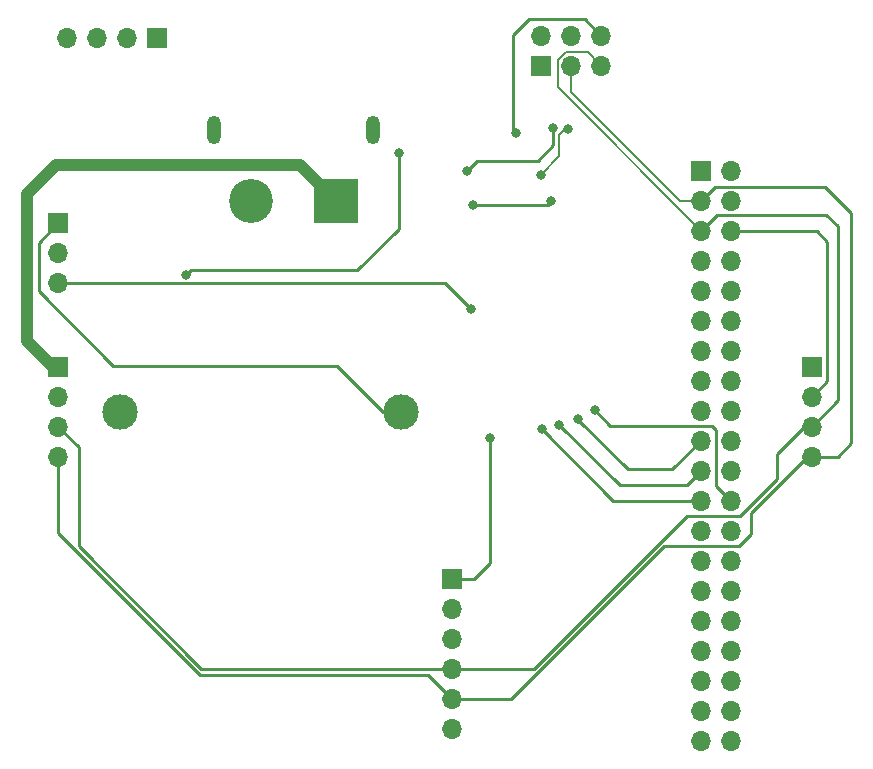
<source format=gbr>
%TF.GenerationSoftware,KiCad,Pcbnew,6.0.8-f2edbf62ab~116~ubuntu22.04.1*%
%TF.CreationDate,2022-11-20T23:03:40-05:00*%
%TF.ProjectId,Pi_HAT_V3,50695f48-4154-45f5-9633-2e6b69636164,rev?*%
%TF.SameCoordinates,Original*%
%TF.FileFunction,Copper,L1,Top*%
%TF.FilePolarity,Positive*%
%FSLAX46Y46*%
G04 Gerber Fmt 4.6, Leading zero omitted, Abs format (unit mm)*
G04 Created by KiCad (PCBNEW 6.0.8-f2edbf62ab~116~ubuntu22.04.1) date 2022-11-20 23:03:40*
%MOMM*%
%LPD*%
G01*
G04 APERTURE LIST*
%TA.AperFunction,ComponentPad*%
%ADD10C,3.000000*%
%TD*%
%TA.AperFunction,ComponentPad*%
%ADD11R,1.700000X1.700000*%
%TD*%
%TA.AperFunction,ComponentPad*%
%ADD12O,1.700000X1.700000*%
%TD*%
%TA.AperFunction,ComponentPad*%
%ADD13R,3.716000X3.716000*%
%TD*%
%TA.AperFunction,ComponentPad*%
%ADD14C,3.716000*%
%TD*%
%TA.AperFunction,ComponentPad*%
%ADD15O,1.200000X2.400000*%
%TD*%
%TA.AperFunction,ViaPad*%
%ADD16C,0.800000*%
%TD*%
%TA.AperFunction,Conductor*%
%ADD17C,1.000000*%
%TD*%
%TA.AperFunction,Conductor*%
%ADD18C,0.250000*%
%TD*%
%TA.AperFunction,Conductor*%
%ADD19C,0.200000*%
%TD*%
G04 APERTURE END LIST*
D10*
%TO.P,L2,2,2*%
%TO.N,/5V*%
X125600000Y-99850000D03*
%TO.P,L2,1,1*%
%TO.N,Net-(C5-Pad1)*%
X101800000Y-99850000D03*
%TD*%
D11*
%TO.P,J9,1,Pin_1*%
%TO.N,/A-D Converter/CELL1*%
X104900000Y-68200000D03*
D12*
%TO.P,J9,2,Pin_2*%
%TO.N,/A-D Converter/CELL2*%
X102360000Y-68200000D03*
%TO.P,J9,3,Pin_3*%
%TO.N,/A-D Converter/CELL3*%
X99820000Y-68200000D03*
%TO.P,J9,4,Pin_4*%
%TO.N,/A-D Converter/VT*%
X97280000Y-68200000D03*
%TD*%
D11*
%TO.P,J3,1,Pin_1*%
%TO.N,/3.3V*%
X137475000Y-70525000D03*
D12*
%TO.P,J3,2,Pin_2*%
%TO.N,/5V*%
X137475000Y-67985000D03*
%TO.P,J3,3,Pin_3*%
%TO.N,/SDA*%
X140015000Y-70525000D03*
%TO.P,J3,4,Pin_4*%
%TO.N,/5V*%
X140015000Y-67985000D03*
%TO.P,J3,5,Pin_5*%
%TO.N,/SCL*%
X142555000Y-70525000D03*
%TO.P,J3,6,Pin_6*%
%TO.N,GND*%
X142555000Y-67985000D03*
%TD*%
D11*
%TO.P,J1,1,Pin_1*%
%TO.N,/3.3V*%
X129900000Y-113950000D03*
D12*
%TO.P,J1,2,Pin_2*%
%TO.N,unconnected-(J1-Pad2)*%
X129900000Y-116490000D03*
%TO.P,J1,3,Pin_3*%
%TO.N,GND*%
X129900000Y-119030000D03*
%TO.P,J1,4,Pin_4*%
%TO.N,/SCL*%
X129900000Y-121570000D03*
%TO.P,J1,5,Pin_5*%
%TO.N,/SDA*%
X129900000Y-124110000D03*
%TO.P,J1,6,Pin_6*%
%TO.N,unconnected-(J1-Pad6)*%
X129900000Y-126650000D03*
%TD*%
D11*
%TO.P,J2,1,Pin_1*%
%TO.N,/3.3V*%
X151000000Y-79400000D03*
D12*
%TO.P,J2,2,Pin_2*%
%TO.N,/5V*%
X153540000Y-79400000D03*
%TO.P,J2,3,Pin_3*%
%TO.N,/SDA*%
X151000000Y-81940000D03*
%TO.P,J2,4,Pin_4*%
%TO.N,/5V*%
X153540000Y-81940000D03*
%TO.P,J2,5,Pin_5*%
%TO.N,/SCL*%
X151000000Y-84480000D03*
%TO.P,J2,6,Pin_6*%
%TO.N,GND*%
X153540000Y-84480000D03*
%TO.P,J2,7,Pin_7*%
%TO.N,unconnected-(J2-Pad7)*%
X151000000Y-87020000D03*
%TO.P,J2,8,Pin_8*%
%TO.N,unconnected-(J2-Pad8)*%
X153540000Y-87020000D03*
%TO.P,J2,9,Pin_9*%
%TO.N,unconnected-(J2-Pad9)*%
X151000000Y-89560000D03*
%TO.P,J2,10,Pin_10*%
%TO.N,unconnected-(J2-Pad10)*%
X153540000Y-89560000D03*
%TO.P,J2,11,Pin_11*%
%TO.N,unconnected-(J2-Pad11)*%
X151000000Y-92100000D03*
%TO.P,J2,12,Pin_12*%
%TO.N,unconnected-(J2-Pad12)*%
X153540000Y-92100000D03*
%TO.P,J2,13,Pin_13*%
%TO.N,unconnected-(J2-Pad13)*%
X151000000Y-94640000D03*
%TO.P,J2,14,Pin_14*%
%TO.N,unconnected-(J2-Pad14)*%
X153540000Y-94640000D03*
%TO.P,J2,15,Pin_15*%
%TO.N,unconnected-(J2-Pad15)*%
X151000000Y-97180000D03*
%TO.P,J2,16,Pin_16*%
%TO.N,unconnected-(J2-Pad16)*%
X153540000Y-97180000D03*
%TO.P,J2,17,Pin_17*%
%TO.N,unconnected-(J2-Pad17)*%
X151000000Y-99720000D03*
%TO.P,J2,18,Pin_18*%
%TO.N,unconnected-(J2-Pad18)*%
X153540000Y-99720000D03*
%TO.P,J2,19,Pin_19*%
%TO.N,/MOSI*%
X151000000Y-102260000D03*
%TO.P,J2,20,Pin_20*%
%TO.N,unconnected-(J2-Pad20)*%
X153540000Y-102260000D03*
%TO.P,J2,21,Pin_21*%
%TO.N,/MISO*%
X151000000Y-104800000D03*
%TO.P,J2,22,Pin_22*%
%TO.N,unconnected-(J2-Pad22)*%
X153540000Y-104800000D03*
%TO.P,J2,23,Pin_23*%
%TO.N,/SCLK*%
X151000000Y-107340000D03*
%TO.P,J2,24,Pin_24*%
%TO.N,/CS*%
X153540000Y-107340000D03*
%TO.P,J2,25,Pin_25*%
%TO.N,unconnected-(J2-Pad25)*%
X151000000Y-109880000D03*
%TO.P,J2,26,Pin_26*%
%TO.N,unconnected-(J2-Pad26)*%
X153540000Y-109880000D03*
%TO.P,J2,27,Pin_27*%
%TO.N,unconnected-(J2-Pad27)*%
X151000000Y-112420000D03*
%TO.P,J2,28,Pin_28*%
%TO.N,unconnected-(J2-Pad28)*%
X153540000Y-112420000D03*
%TO.P,J2,29,Pin_29*%
%TO.N,unconnected-(J2-Pad29)*%
X151000000Y-114960000D03*
%TO.P,J2,30,Pin_30*%
%TO.N,unconnected-(J2-Pad30)*%
X153540000Y-114960000D03*
%TO.P,J2,31,Pin_31*%
%TO.N,unconnected-(J2-Pad31)*%
X151000000Y-117500000D03*
%TO.P,J2,32,Pin_32*%
%TO.N,unconnected-(J2-Pad32)*%
X153540000Y-117500000D03*
%TO.P,J2,33,Pin_33*%
%TO.N,unconnected-(J2-Pad33)*%
X151000000Y-120040000D03*
%TO.P,J2,34,Pin_34*%
%TO.N,unconnected-(J2-Pad34)*%
X153540000Y-120040000D03*
%TO.P,J2,35,Pin_35*%
%TO.N,unconnected-(J2-Pad35)*%
X151000000Y-122580000D03*
%TO.P,J2,36,Pin_36*%
%TO.N,unconnected-(J2-Pad36)*%
X153540000Y-122580000D03*
%TO.P,J2,37,Pin_37*%
%TO.N,unconnected-(J2-Pad37)*%
X151000000Y-125120000D03*
%TO.P,J2,38,Pin_38*%
%TO.N,unconnected-(J2-Pad38)*%
X153540000Y-125120000D03*
%TO.P,J2,39,Pin_39*%
%TO.N,unconnected-(J2-Pad39)*%
X151000000Y-127660000D03*
%TO.P,J2,40,Pin_40*%
%TO.N,unconnected-(J2-Pad40)*%
X153540000Y-127660000D03*
%TD*%
D11*
%TO.P,J4,1,Pin_1*%
%TO.N,12V*%
X96550000Y-96000000D03*
D12*
%TO.P,J4,2,Pin_2*%
%TO.N,GND*%
X96550000Y-98540000D03*
%TO.P,J4,3,Pin_3*%
%TO.N,/SCL*%
X96550000Y-101080000D03*
%TO.P,J4,4,Pin_4*%
%TO.N,/SDA*%
X96550000Y-103620000D03*
%TD*%
D13*
%TO.P,J5,1,+*%
%TO.N,12V*%
X120100000Y-82000000D03*
D14*
%TO.P,J5,2,-*%
%TO.N,GND*%
X112900000Y-82000000D03*
D15*
%TO.P,J5,S1*%
%TO.N,N/C*%
X123250000Y-76000000D03*
%TO.P,J5,S2*%
X109750000Y-76000000D03*
%TD*%
D11*
%TO.P,J6,1,Pin_1*%
%TO.N,12V*%
X160350000Y-96000000D03*
D12*
%TO.P,J6,2,Pin_2*%
%TO.N,GND*%
X160350000Y-98540000D03*
%TO.P,J6,3,Pin_3*%
%TO.N,/SCL*%
X160350000Y-101080000D03*
%TO.P,J6,4,Pin_4*%
%TO.N,/SDA*%
X160350000Y-103620000D03*
%TD*%
D11*
%TO.P,J7,1,Pin_1*%
%TO.N,/5V*%
X96550000Y-83875000D03*
D12*
%TO.P,J7,2,Pin_2*%
%TO.N,GND*%
X96550000Y-86415000D03*
%TO.P,J7,3,Pin_3*%
%TO.N,/PS*%
X96550000Y-88955000D03*
%TD*%
D16*
%TO.N,GND*%
X135300000Y-76200000D03*
%TO.N,Net-(C5-Pad1)*%
X107400000Y-88230500D03*
%TO.N,GND*%
X138300000Y-82000000D03*
X131700000Y-82300000D03*
%TO.N,/3.3V*%
X133100000Y-102075500D03*
%TO.N,/MOSI*%
X140600000Y-100400000D03*
%TO.N,/MISO*%
X139000000Y-100900000D03*
%TO.N,/CS*%
X142000000Y-99700000D03*
%TO.N,Net-(C4-Pad1)*%
X139700000Y-75900000D03*
X137450000Y-79750000D03*
%TO.N,Net-(C5-Pad1)*%
X125400000Y-77900000D03*
%TO.N,Net-(R3-Pad1)*%
X131150000Y-79450000D03*
X138500000Y-75750000D03*
%TO.N,/PS*%
X131500000Y-91100000D03*
%TO.N,/SCLK*%
X137500000Y-101300000D03*
%TD*%
D17*
%TO.N,12V*%
X96550000Y-96000000D02*
X96100000Y-96000000D01*
X96100000Y-96000000D02*
X93900000Y-93800000D01*
X93900000Y-93800000D02*
X93900000Y-81400000D01*
X93900000Y-81400000D02*
X96400000Y-78900000D01*
X117000000Y-78900000D02*
X120100000Y-82000000D01*
X96400000Y-78900000D02*
X117000000Y-78900000D01*
D18*
%TO.N,GND*%
X135100000Y-76000000D02*
X135300000Y-76200000D01*
X135100000Y-67900000D02*
X135100000Y-76000000D01*
X141170000Y-66600000D02*
X140500000Y-66600000D01*
X142555000Y-67985000D02*
X141170000Y-66600000D01*
X140500000Y-66600000D02*
X136400000Y-66600000D01*
X136400000Y-66600000D02*
X135100000Y-67900000D01*
%TO.N,/5V*%
X96550000Y-83875000D02*
X94900000Y-85525000D01*
X94900000Y-85525000D02*
X94900000Y-89600000D01*
X94900000Y-89600000D02*
X101200000Y-95900000D01*
X101200000Y-95900000D02*
X120150000Y-95900000D01*
X120150000Y-95900000D02*
X124100000Y-99850000D01*
%TO.N,Net-(C5-Pad1)*%
X113800000Y-87800000D02*
X107830500Y-87800000D01*
X107830500Y-87800000D02*
X107400000Y-88230500D01*
X113800000Y-87800000D02*
X121900000Y-87800000D01*
%TO.N,GND*%
X131700000Y-82300000D02*
X138000000Y-82300000D01*
X138000000Y-82300000D02*
X138300000Y-82000000D01*
%TO.N,/3.3V*%
X131750000Y-113950000D02*
X129900000Y-113950000D01*
X133100000Y-102075500D02*
X133100000Y-112600000D01*
X133100000Y-112600000D02*
X131750000Y-113950000D01*
%TO.N,/MOSI*%
X148560000Y-104700000D02*
X144800000Y-104700000D01*
X140600000Y-100500000D02*
X140600000Y-100400000D01*
X151000000Y-102260000D02*
X148560000Y-104700000D01*
X144800000Y-104700000D02*
X140600000Y-100500000D01*
%TO.N,/MISO*%
X149800000Y-106000000D02*
X144100000Y-106000000D01*
X144100000Y-106000000D02*
X139000000Y-100900000D01*
X151000000Y-104800000D02*
X149800000Y-106000000D01*
%TO.N,/CS*%
X152300000Y-106100000D02*
X153540000Y-107340000D01*
X142000000Y-99700000D02*
X143300000Y-101000000D01*
X151900000Y-101000000D02*
X152300000Y-101400000D01*
X143300000Y-101000000D02*
X151900000Y-101000000D01*
X152300000Y-101400000D02*
X152300000Y-106100000D01*
%TO.N,GND*%
X160350000Y-98540000D02*
X161700000Y-97190000D01*
X161700000Y-85400000D02*
X160780000Y-84480000D01*
X160780000Y-84480000D02*
X153540000Y-84480000D01*
X161700000Y-97190000D02*
X161700000Y-85400000D01*
%TO.N,/SCL*%
X162600000Y-84100000D02*
X161614511Y-83114511D01*
X157400000Y-105500000D02*
X157400000Y-103400000D01*
X160350000Y-101080000D02*
X162600000Y-98830000D01*
X98300000Y-111200000D02*
X98300000Y-102830000D01*
D19*
X139538856Y-69375489D02*
X138865489Y-70048856D01*
X142555000Y-70525000D02*
X141405489Y-69375489D01*
D18*
X161614511Y-83114511D02*
X152365489Y-83114511D01*
X152365489Y-83114511D02*
X151000000Y-84480000D01*
X149800000Y-108600000D02*
X154300000Y-108600000D01*
X98300000Y-102830000D02*
X96550000Y-101080000D01*
X136830000Y-121570000D02*
X149800000Y-108600000D01*
D19*
X141405489Y-69375489D02*
X139538856Y-69375489D01*
D18*
X154300000Y-108600000D02*
X157400000Y-105500000D01*
X162600000Y-98830000D02*
X162600000Y-84100000D01*
D19*
X138865489Y-70048856D02*
X138865489Y-72345489D01*
X138865489Y-72345489D02*
X151000000Y-84480000D01*
D18*
X129900000Y-121570000D02*
X108670000Y-121570000D01*
X129900000Y-121570000D02*
X136830000Y-121570000D01*
X159720000Y-101080000D02*
X160350000Y-101080000D01*
X108670000Y-121570000D02*
X98300000Y-111200000D01*
X157400000Y-103400000D02*
X159720000Y-101080000D01*
D19*
%TO.N,/SDA*%
X140015000Y-70525000D02*
X140015000Y-72715000D01*
D18*
X155200000Y-108400000D02*
X159980000Y-103620000D01*
X108563604Y-122100000D02*
X96550000Y-110086396D01*
X152174511Y-80765489D02*
X151000000Y-81940000D01*
X163700000Y-83000000D02*
X161465489Y-80765489D01*
X129900000Y-124110000D02*
X134926396Y-124110000D01*
X159980000Y-103620000D02*
X160350000Y-103620000D01*
X161465489Y-80765489D02*
X152174511Y-80765489D01*
X154200000Y-111200000D02*
X155200000Y-110200000D01*
X129900000Y-124110000D02*
X127890000Y-122100000D01*
X127890000Y-122100000D02*
X108563604Y-122100000D01*
X160350000Y-103620000D02*
X162580000Y-103620000D01*
X163700000Y-102500000D02*
X163700000Y-83000000D01*
D19*
X140015000Y-72715000D02*
X149240000Y-81940000D01*
D18*
X147836396Y-111200000D02*
X154200000Y-111200000D01*
X155200000Y-110200000D02*
X155200000Y-108400000D01*
X162580000Y-103620000D02*
X163700000Y-102500000D01*
X134926396Y-124110000D02*
X147836396Y-111200000D01*
D19*
X149240000Y-81940000D02*
X151000000Y-81940000D01*
D18*
X96550000Y-110086396D02*
X96550000Y-103620000D01*
D19*
%TO.N,Net-(C4-Pad1)*%
X139250000Y-76100000D02*
X139450000Y-75900000D01*
X137450000Y-79750000D02*
X139000000Y-78200000D01*
X139000000Y-78200000D02*
X139000000Y-76350000D01*
X139450000Y-75900000D02*
X139700000Y-75900000D01*
X139000000Y-76350000D02*
X139250000Y-76100000D01*
D18*
%TO.N,Net-(C5-Pad1)*%
X125400000Y-84300000D02*
X125400000Y-77900000D01*
X121900000Y-87800000D02*
X125300000Y-84400000D01*
X125300000Y-84400000D02*
X125400000Y-84300000D01*
%TO.N,Net-(R3-Pad1)*%
X137150000Y-78550000D02*
X132050000Y-78550000D01*
X137150000Y-78550000D02*
X138500000Y-77200000D01*
X138500000Y-77200000D02*
X138500000Y-75750000D01*
X132050000Y-78550000D02*
X131150000Y-79450000D01*
%TO.N,/PS*%
X129355000Y-88955000D02*
X131500000Y-91100000D01*
X96550000Y-88955000D02*
X129355000Y-88955000D01*
%TO.N,/SCLK*%
X143540000Y-107340000D02*
X151000000Y-107340000D01*
X137500000Y-101300000D02*
X143540000Y-107340000D01*
%TD*%
M02*

</source>
